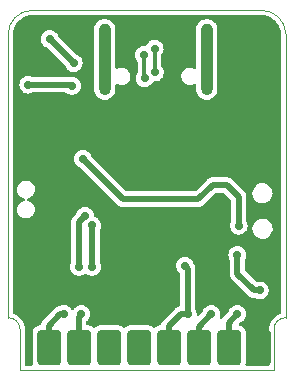
<source format=gbr>
G04 #@! TF.GenerationSoftware,KiCad,Pcbnew,6.0.10+dfsg-1~bpo11+1*
G04 #@! TF.ProjectId,project,70726f6a-6563-4742-9e6b-696361645f70,rev?*
G04 #@! TF.SameCoordinates,Original*
G04 #@! TF.FileFunction,Copper,L2,Bot*
G04 #@! TF.FilePolarity,Positive*
%FSLAX46Y46*%
G04 Gerber Fmt 4.6, Leading zero omitted, Abs format (unit mm)*
%MOMM*%
%LPD*%
G01*
G04 APERTURE LIST*
G04 #@! TA.AperFunction,Profile*
%ADD10C,0.100000*%
G04 #@! TD*
G04 #@! TA.AperFunction,ComponentPad*
%ADD11O,1.000000X2.100000*%
G04 #@! TD*
G04 #@! TA.AperFunction,ComponentPad*
%ADD12O,1.000000X1.600000*%
G04 #@! TD*
G04 #@! TA.AperFunction,ViaPad*
%ADD13C,0.700000*%
G04 #@! TD*
G04 #@! TA.AperFunction,Conductor*
%ADD14C,0.500000*%
G04 #@! TD*
G04 #@! TA.AperFunction,Conductor*
%ADD15C,0.300000*%
G04 #@! TD*
G04 #@! TA.AperFunction,Conductor*
%ADD16C,1.000000*%
G04 #@! TD*
G04 APERTURE END LIST*
D10*
X122500000Y-126475000D02*
X101000000Y-126475000D01*
X123500000Y-98000000D02*
X123500000Y-122000000D01*
X100000000Y-98000000D02*
X100000000Y-122000000D01*
X101000000Y-126475000D02*
X101000000Y-123000000D01*
X123500000Y-98000000D02*
G75*
G03*
X121500000Y-96000000I-2000000J0D01*
G01*
X123500000Y-122000000D02*
G75*
G03*
X122500000Y-123000000I0J-1000000D01*
G01*
X122500000Y-126475000D02*
X122500000Y-123000000D01*
X102000000Y-96000000D02*
X121500000Y-96000000D01*
X101000000Y-123000000D02*
G75*
G03*
X100000000Y-122000000I-1000000J0D01*
G01*
X102000000Y-96000000D02*
G75*
G03*
X100000000Y-98000000I0J-2000000D01*
G01*
D11*
X116820000Y-102105000D03*
D12*
X108180000Y-97925000D03*
D11*
X108180000Y-102105000D03*
D12*
X116820000Y-97925000D03*
G04 #@! TA.AperFunction,ConnectorPad*
G36*
G01*
X104170000Y-126050000D02*
X102770000Y-126050000D01*
G75*
G02*
X102470000Y-125750000I0J300000D01*
G01*
X102470000Y-123350000D01*
G75*
G02*
X102770000Y-123050000I300000J0D01*
G01*
X104170000Y-123050000D01*
G75*
G02*
X104470000Y-123350000I0J-300000D01*
G01*
X104470000Y-125750000D01*
G75*
G02*
X104170000Y-126050000I-300000J0D01*
G01*
G37*
G04 #@! TD.AperFunction*
G04 #@! TA.AperFunction,ConnectorPad*
G36*
G01*
X106710000Y-126050000D02*
X105310000Y-126050000D01*
G75*
G02*
X105010000Y-125750000I0J300000D01*
G01*
X105010000Y-123350000D01*
G75*
G02*
X105310000Y-123050000I300000J0D01*
G01*
X106710000Y-123050000D01*
G75*
G02*
X107010000Y-123350000I0J-300000D01*
G01*
X107010000Y-125750000D01*
G75*
G02*
X106710000Y-126050000I-300000J0D01*
G01*
G37*
G04 #@! TD.AperFunction*
G04 #@! TA.AperFunction,ConnectorPad*
G36*
G01*
X109250000Y-126050000D02*
X107850000Y-126050000D01*
G75*
G02*
X107550000Y-125750000I0J300000D01*
G01*
X107550000Y-123350000D01*
G75*
G02*
X107850000Y-123050000I300000J0D01*
G01*
X109250000Y-123050000D01*
G75*
G02*
X109550000Y-123350000I0J-300000D01*
G01*
X109550000Y-125750000D01*
G75*
G02*
X109250000Y-126050000I-300000J0D01*
G01*
G37*
G04 #@! TD.AperFunction*
G04 #@! TA.AperFunction,ConnectorPad*
G36*
G01*
X111790000Y-126050000D02*
X110390000Y-126050000D01*
G75*
G02*
X110090000Y-125750000I0J300000D01*
G01*
X110090000Y-123350000D01*
G75*
G02*
X110390000Y-123050000I300000J0D01*
G01*
X111790000Y-123050000D01*
G75*
G02*
X112090000Y-123350000I0J-300000D01*
G01*
X112090000Y-125750000D01*
G75*
G02*
X111790000Y-126050000I-300000J0D01*
G01*
G37*
G04 #@! TD.AperFunction*
G04 #@! TA.AperFunction,ConnectorPad*
G36*
G01*
X114330000Y-126050000D02*
X112930000Y-126050000D01*
G75*
G02*
X112630000Y-125750000I0J300000D01*
G01*
X112630000Y-123350000D01*
G75*
G02*
X112930000Y-123050000I300000J0D01*
G01*
X114330000Y-123050000D01*
G75*
G02*
X114630000Y-123350000I0J-300000D01*
G01*
X114630000Y-125750000D01*
G75*
G02*
X114330000Y-126050000I-300000J0D01*
G01*
G37*
G04 #@! TD.AperFunction*
G04 #@! TA.AperFunction,ConnectorPad*
G36*
G01*
X116870000Y-126050000D02*
X115470000Y-126050000D01*
G75*
G02*
X115170000Y-125750000I0J300000D01*
G01*
X115170000Y-123350000D01*
G75*
G02*
X115470000Y-123050000I300000J0D01*
G01*
X116870000Y-123050000D01*
G75*
G02*
X117170000Y-123350000I0J-300000D01*
G01*
X117170000Y-125750000D01*
G75*
G02*
X116870000Y-126050000I-300000J0D01*
G01*
G37*
G04 #@! TD.AperFunction*
G04 #@! TA.AperFunction,ConnectorPad*
G36*
G01*
X119410000Y-126050000D02*
X118010000Y-126050000D01*
G75*
G02*
X117710000Y-125750000I0J300000D01*
G01*
X117710000Y-123350000D01*
G75*
G02*
X118010000Y-123050000I300000J0D01*
G01*
X119410000Y-123050000D01*
G75*
G02*
X119710000Y-123350000I0J-300000D01*
G01*
X119710000Y-125750000D01*
G75*
G02*
X119410000Y-126050000I-300000J0D01*
G01*
G37*
G04 #@! TD.AperFunction*
G04 #@! TA.AperFunction,ConnectorPad*
G36*
G01*
X121950000Y-126050000D02*
X120550000Y-126050000D01*
G75*
G02*
X120250000Y-125750000I0J300000D01*
G01*
X120250000Y-123350000D01*
G75*
G02*
X120550000Y-123050000I300000J0D01*
G01*
X121950000Y-123050000D01*
G75*
G02*
X122250000Y-123350000I0J-300000D01*
G01*
X122250000Y-125750000D01*
G75*
G02*
X121950000Y-126050000I-300000J0D01*
G01*
G37*
G04 #@! TD.AperFunction*
D13*
X109487500Y-119787500D03*
X117900000Y-111800000D03*
X100962500Y-106412500D03*
X105200000Y-98387500D03*
X120420000Y-117780000D03*
X101700000Y-98500000D03*
X117945000Y-108330000D03*
X122700000Y-109125000D03*
X108200000Y-103900000D03*
X121100000Y-106275000D03*
X122000000Y-106275000D03*
X115850000Y-104125000D03*
X120050000Y-100725000D03*
X102200000Y-110000000D03*
X122700000Y-116825000D03*
X114500000Y-106575000D03*
X122100000Y-117700000D03*
X118601472Y-102475000D03*
X109050000Y-103850000D03*
X116950736Y-104125736D03*
X103500000Y-98400000D03*
X105543726Y-100443779D03*
X119512500Y-114212500D03*
X121300000Y-119700000D03*
X106312500Y-108562500D03*
X119400000Y-116700000D03*
X112400000Y-99224500D03*
X112417763Y-101246242D03*
X111500000Y-99774500D03*
X111549216Y-101747850D03*
X104700000Y-121700000D03*
X106200000Y-121700000D03*
X115200000Y-121700000D03*
X114950000Y-117600000D03*
X117200000Y-121700000D03*
X119400000Y-121700000D03*
X107100000Y-114200500D03*
X107100000Y-117700000D03*
X106500000Y-113400000D03*
X106000000Y-117700000D03*
X105400000Y-102375000D03*
X101700000Y-102275000D03*
D14*
X103525000Y-98400000D02*
X105543726Y-100418726D01*
X103500000Y-98400000D02*
X103525000Y-98400000D01*
X105543726Y-100418726D02*
X105543726Y-100443779D01*
X119400000Y-118275000D02*
X119400000Y-116700000D01*
X117300000Y-110775000D02*
X118500000Y-110775000D01*
X121300000Y-119700000D02*
X120825000Y-119700000D01*
X118500000Y-110775000D02*
X119512500Y-111787500D01*
X109725000Y-111975000D02*
X116100000Y-111975000D01*
X120825000Y-119700000D02*
X119400000Y-118275000D01*
X119512500Y-111787500D02*
X119512500Y-114212500D01*
X116100000Y-111975000D02*
X117300000Y-110775000D01*
X106312500Y-108562500D02*
X109725000Y-111975000D01*
D15*
X112400000Y-101228479D02*
X112417763Y-101246242D01*
X112400000Y-99224500D02*
X112400000Y-101228479D01*
X111500000Y-99774500D02*
X111500000Y-101698634D01*
X111500000Y-101698634D02*
X111549216Y-101747850D01*
D14*
X103420000Y-122680000D02*
X103420000Y-124550000D01*
X104700000Y-121700000D02*
X104400000Y-121700000D01*
X104400000Y-121700000D02*
X103420000Y-122680000D01*
X106200000Y-121700000D02*
X105960000Y-121940000D01*
X105960000Y-121940000D02*
X105960000Y-124550000D01*
X113580000Y-122720000D02*
X113580000Y-124550000D01*
X114600000Y-121700000D02*
X113580000Y-122720000D01*
X114950000Y-117600000D02*
X115200000Y-117850000D01*
X115200000Y-117850000D02*
X115200000Y-121700000D01*
X115200000Y-121700000D02*
X114600000Y-121700000D01*
X117200000Y-121700000D02*
X116120000Y-122780000D01*
X116120000Y-122780000D02*
X116120000Y-124550000D01*
X119400000Y-121700000D02*
X118660000Y-122440000D01*
X118660000Y-122440000D02*
X118660000Y-124550000D01*
X107100000Y-114200500D02*
X107100000Y-117700000D01*
X106500000Y-113400000D02*
X106000000Y-113900000D01*
X105300000Y-102275000D02*
X105400000Y-102375000D01*
X106000000Y-113900000D02*
X106000000Y-117700000D01*
X101700000Y-102275000D02*
X105300000Y-102275000D01*
D16*
X108180000Y-102105000D02*
X108180000Y-97925000D01*
X116820000Y-102105000D02*
X116820000Y-97925000D01*
G04 #@! TA.AperFunction,Conductor*
G36*
X121478274Y-96402051D02*
G01*
X121500000Y-96405492D01*
X121509793Y-96403941D01*
X121516150Y-96403941D01*
X121536131Y-96403084D01*
X121698466Y-96414695D01*
X121718642Y-96416138D01*
X121736436Y-96418696D01*
X121941826Y-96463376D01*
X121959074Y-96468440D01*
X122156015Y-96541896D01*
X122172367Y-96549364D01*
X122356847Y-96650097D01*
X122371971Y-96659817D01*
X122540239Y-96785781D01*
X122553825Y-96797554D01*
X122702446Y-96946175D01*
X122714219Y-96959761D01*
X122840183Y-97128029D01*
X122849903Y-97143153D01*
X122950636Y-97327633D01*
X122958104Y-97343985D01*
X123031560Y-97540926D01*
X123036624Y-97558174D01*
X123059784Y-97664639D01*
X123081304Y-97763564D01*
X123083862Y-97781358D01*
X123096916Y-97963869D01*
X123096059Y-97983850D01*
X123096059Y-97990207D01*
X123094508Y-98000000D01*
X123096059Y-98009793D01*
X123097949Y-98021726D01*
X123099500Y-98041436D01*
X123099500Y-121565811D01*
X123079498Y-121633932D01*
X123021719Y-121682219D01*
X122988264Y-121696077D01*
X122866794Y-121746391D01*
X122866790Y-121746393D01*
X122862220Y-121748286D01*
X122674261Y-121863468D01*
X122506634Y-122006634D01*
X122363468Y-122174261D01*
X122271697Y-122324017D01*
X122253624Y-122353510D01*
X122248286Y-122362220D01*
X122246393Y-122366790D01*
X122246391Y-122366794D01*
X122166562Y-122559518D01*
X122163926Y-122565883D01*
X122150808Y-122620523D01*
X122114377Y-122772273D01*
X122112465Y-122780236D01*
X122107746Y-122840200D01*
X122096210Y-122986770D01*
X122096059Y-122988045D01*
X122096059Y-122988693D01*
X122095822Y-122991704D01*
X122094508Y-123000000D01*
X122096059Y-123009793D01*
X122097949Y-123021726D01*
X122099500Y-123041436D01*
X122099500Y-125948500D01*
X122079498Y-126016621D01*
X122025842Y-126063114D01*
X121973500Y-126074500D01*
X120213964Y-126074500D01*
X120145843Y-126054498D01*
X120099350Y-126000842D01*
X120089246Y-125930568D01*
X120093729Y-125910822D01*
X120103829Y-125878594D01*
X120110500Y-125805993D01*
X120110499Y-123294008D01*
X120110234Y-123291116D01*
X120104440Y-123228060D01*
X120103829Y-123221406D01*
X120053127Y-123059617D01*
X119965297Y-122914592D01*
X119845408Y-122794703D01*
X119700383Y-122706873D01*
X119693136Y-122704602D01*
X119693134Y-122704601D01*
X119661421Y-122694663D01*
X119604016Y-122676673D01*
X119544995Y-122637217D01*
X119516675Y-122572113D01*
X119528048Y-122502034D01*
X119552601Y-122467345D01*
X119572333Y-122447613D01*
X119622492Y-122416875D01*
X119705298Y-122389970D01*
X119705301Y-122389969D01*
X119711997Y-122387793D01*
X119856623Y-122301578D01*
X119861717Y-122296727D01*
X119861721Y-122296724D01*
X119973454Y-122190322D01*
X119973455Y-122190320D01*
X119978554Y-122185465D01*
X119982454Y-122179596D01*
X120065496Y-122054607D01*
X120071731Y-122045223D01*
X120080781Y-122021400D01*
X120129019Y-121894409D01*
X120131521Y-121887823D01*
X120150769Y-121750872D01*
X120154404Y-121725010D01*
X120154404Y-121725006D01*
X120154955Y-121721088D01*
X120155249Y-121700000D01*
X120151203Y-121663926D01*
X120137266Y-121539672D01*
X120137265Y-121539669D01*
X120136481Y-121532676D01*
X120081108Y-121373668D01*
X119991884Y-121230879D01*
X119983104Y-121222037D01*
X119878205Y-121116403D01*
X119878201Y-121116400D01*
X119873242Y-121111406D01*
X119858878Y-121102290D01*
X119804602Y-121067846D01*
X119731079Y-121021187D01*
X119572462Y-120964706D01*
X119565474Y-120963873D01*
X119565471Y-120963872D01*
X119472300Y-120952762D01*
X119405273Y-120944769D01*
X119398270Y-120945505D01*
X119398269Y-120945505D01*
X119352712Y-120950293D01*
X119237821Y-120962369D01*
X119231155Y-120964638D01*
X119231152Y-120964639D01*
X119085098Y-121014360D01*
X119085095Y-121014361D01*
X119078431Y-121016630D01*
X119072436Y-121020318D01*
X119072432Y-121020320D01*
X118941021Y-121101165D01*
X118941019Y-121101167D01*
X118935022Y-121104856D01*
X118914011Y-121125432D01*
X118833957Y-121203827D01*
X118814724Y-121222661D01*
X118723515Y-121364190D01*
X118721105Y-121370810D01*
X118721104Y-121370813D01*
X118680220Y-121483140D01*
X118650914Y-121529140D01*
X118257302Y-121922752D01*
X118248685Y-121930593D01*
X118242060Y-121934798D01*
X118236633Y-121940577D01*
X118236632Y-121940578D01*
X118194151Y-121985816D01*
X118191396Y-121988658D01*
X118171089Y-122008965D01*
X118168660Y-122012096D01*
X118168655Y-122012102D01*
X118168442Y-122012377D01*
X118160745Y-122021390D01*
X118129552Y-122054607D01*
X118128446Y-122053568D01*
X118079250Y-122091504D01*
X118008514Y-122097579D01*
X117945722Y-122064448D01*
X117910810Y-122002628D01*
X117915748Y-121929346D01*
X117929019Y-121894409D01*
X117931521Y-121887823D01*
X117950769Y-121750872D01*
X117954404Y-121725010D01*
X117954404Y-121725006D01*
X117954955Y-121721088D01*
X117955249Y-121700000D01*
X117951203Y-121663926D01*
X117937266Y-121539672D01*
X117937265Y-121539669D01*
X117936481Y-121532676D01*
X117881108Y-121373668D01*
X117791884Y-121230879D01*
X117783104Y-121222037D01*
X117678205Y-121116403D01*
X117678201Y-121116400D01*
X117673242Y-121111406D01*
X117658878Y-121102290D01*
X117604602Y-121067846D01*
X117531079Y-121021187D01*
X117372462Y-120964706D01*
X117365474Y-120963873D01*
X117365471Y-120963872D01*
X117272300Y-120952762D01*
X117205273Y-120944769D01*
X117198270Y-120945505D01*
X117198269Y-120945505D01*
X117152712Y-120950293D01*
X117037821Y-120962369D01*
X117031155Y-120964638D01*
X117031152Y-120964639D01*
X116885098Y-121014360D01*
X116885095Y-121014361D01*
X116878431Y-121016630D01*
X116872436Y-121020318D01*
X116872432Y-121020320D01*
X116741021Y-121101165D01*
X116741019Y-121101167D01*
X116735022Y-121104856D01*
X116714011Y-121125432D01*
X116633957Y-121203827D01*
X116614724Y-121222661D01*
X116523515Y-121364190D01*
X116521105Y-121370810D01*
X116521104Y-121370813D01*
X116480220Y-121483140D01*
X116450914Y-121529140D01*
X116170065Y-121809989D01*
X116107753Y-121844015D01*
X116036938Y-121838950D01*
X115980102Y-121796403D01*
X115955291Y-121729883D01*
X115954982Y-121719136D01*
X115955194Y-121703946D01*
X115955249Y-121700000D01*
X115951203Y-121663926D01*
X115937266Y-121539672D01*
X115937265Y-121539669D01*
X115936481Y-121532676D01*
X115881108Y-121373668D01*
X115869646Y-121355325D01*
X115850500Y-121288555D01*
X115850500Y-117930999D01*
X115851049Y-117919359D01*
X115852760Y-117911703D01*
X115850562Y-117841768D01*
X115850500Y-117837811D01*
X115850500Y-117809075D01*
X115849961Y-117804807D01*
X115849028Y-117792964D01*
X115847899Y-117757025D01*
X115847597Y-117747430D01*
X115841722Y-117727208D01*
X115837711Y-117707842D01*
X115836065Y-117694806D01*
X115836064Y-117694801D01*
X115835071Y-117686942D01*
X115818297Y-117644574D01*
X115814458Y-117633361D01*
X115803955Y-117597211D01*
X115801744Y-117589601D01*
X115791019Y-117571466D01*
X115782320Y-117553709D01*
X115777486Y-117541498D01*
X115777485Y-117541496D01*
X115774568Y-117534129D01*
X115747788Y-117497269D01*
X115741272Y-117487349D01*
X115718081Y-117448135D01*
X115703188Y-117433242D01*
X115690348Y-117418210D01*
X115688587Y-117415786D01*
X115684181Y-117409722D01*
X115667127Y-117377099D01*
X115633427Y-117280325D01*
X115633424Y-117280319D01*
X115631108Y-117273668D01*
X115541884Y-117130879D01*
X115533723Y-117122661D01*
X115428205Y-117016403D01*
X115428201Y-117016400D01*
X115423242Y-117011406D01*
X115281079Y-116921187D01*
X115122462Y-116864706D01*
X115115474Y-116863873D01*
X115115471Y-116863872D01*
X115022300Y-116852762D01*
X114955273Y-116844769D01*
X114948270Y-116845505D01*
X114948269Y-116845505D01*
X114905351Y-116850016D01*
X114787821Y-116862369D01*
X114781155Y-116864638D01*
X114781152Y-116864639D01*
X114635098Y-116914360D01*
X114635095Y-116914361D01*
X114628431Y-116916630D01*
X114622436Y-116920318D01*
X114622432Y-116920320D01*
X114491021Y-117001165D01*
X114491019Y-117001167D01*
X114485022Y-117004856D01*
X114466688Y-117022810D01*
X114377731Y-117109924D01*
X114364724Y-117122661D01*
X114273515Y-117264190D01*
X114271105Y-117270810D01*
X114271104Y-117270813D01*
X114251793Y-117323869D01*
X114215927Y-117422409D01*
X114194825Y-117589455D01*
X114195512Y-117596462D01*
X114195512Y-117596465D01*
X114200231Y-117644589D01*
X114211255Y-117757025D01*
X114264402Y-117916791D01*
X114268049Y-117922813D01*
X114268050Y-117922815D01*
X114320917Y-118010108D01*
X114351624Y-118060812D01*
X114468586Y-118181929D01*
X114492493Y-118197574D01*
X114538541Y-118251609D01*
X114549500Y-118303005D01*
X114549500Y-120939625D01*
X114529498Y-121007746D01*
X114475842Y-121054239D01*
X114452230Y-121060955D01*
X114452489Y-121061963D01*
X114444806Y-121063936D01*
X114436942Y-121064929D01*
X114429571Y-121067848D01*
X114429569Y-121067848D01*
X114394580Y-121081702D01*
X114383369Y-121085541D01*
X114339602Y-121098256D01*
X114321470Y-121108979D01*
X114321467Y-121108981D01*
X114303719Y-121117676D01*
X114284129Y-121125432D01*
X114247270Y-121152212D01*
X114237354Y-121158725D01*
X114204958Y-121177883D01*
X114204953Y-121177887D01*
X114198135Y-121181919D01*
X114183242Y-121196812D01*
X114168208Y-121209653D01*
X114151163Y-121222037D01*
X114146110Y-121228145D01*
X114122121Y-121257143D01*
X114114131Y-121265923D01*
X113177302Y-122202752D01*
X113168685Y-122210593D01*
X113162060Y-122214798D01*
X113156633Y-122220577D01*
X113156632Y-122220578D01*
X113114151Y-122265816D01*
X113111396Y-122268658D01*
X113091089Y-122288965D01*
X113088660Y-122292096D01*
X113088655Y-122292102D01*
X113088442Y-122292377D01*
X113080745Y-122301390D01*
X113049552Y-122334607D01*
X113045733Y-122341554D01*
X113039404Y-122353066D01*
X113028550Y-122369590D01*
X113015638Y-122386236D01*
X112998335Y-122426222D01*
X112997546Y-122428045D01*
X112992330Y-122438693D01*
X112970373Y-122478632D01*
X112968402Y-122486311D01*
X112968401Y-122486312D01*
X112965133Y-122499041D01*
X112958727Y-122517750D01*
X112953512Y-122529800D01*
X112953510Y-122529805D01*
X112950365Y-122537074D01*
X112949126Y-122544899D01*
X112949125Y-122544901D01*
X112948752Y-122547254D01*
X112947949Y-122548947D01*
X112946912Y-122552517D01*
X112946336Y-122552350D01*
X112918336Y-122611405D01*
X112858065Y-122648929D01*
X112835832Y-122653007D01*
X112808069Y-122655558D01*
X112808061Y-122655560D01*
X112801406Y-122656171D01*
X112795028Y-122658170D01*
X112795027Y-122658170D01*
X112646866Y-122704601D01*
X112646864Y-122704602D01*
X112639617Y-122706873D01*
X112494592Y-122794703D01*
X112449095Y-122840200D01*
X112386783Y-122874226D01*
X112315968Y-122869161D01*
X112270905Y-122840200D01*
X112225408Y-122794703D01*
X112080383Y-122706873D01*
X112073136Y-122704602D01*
X112073134Y-122704601D01*
X112007894Y-122684156D01*
X111918594Y-122656171D01*
X111845993Y-122649500D01*
X111843095Y-122649500D01*
X111088039Y-122649501D01*
X110334008Y-122649501D01*
X110331150Y-122649764D01*
X110331141Y-122649764D01*
X110295846Y-122653007D01*
X110261406Y-122656171D01*
X110255028Y-122658170D01*
X110255027Y-122658170D01*
X110106866Y-122704601D01*
X110106864Y-122704602D01*
X110099617Y-122706873D01*
X109954592Y-122794703D01*
X109909095Y-122840200D01*
X109846783Y-122874226D01*
X109775968Y-122869161D01*
X109730905Y-122840200D01*
X109685408Y-122794703D01*
X109540383Y-122706873D01*
X109533136Y-122704602D01*
X109533134Y-122704601D01*
X109467894Y-122684156D01*
X109378594Y-122656171D01*
X109305993Y-122649500D01*
X109303095Y-122649500D01*
X108548039Y-122649501D01*
X107794008Y-122649501D01*
X107791150Y-122649764D01*
X107791141Y-122649764D01*
X107755846Y-122653007D01*
X107721406Y-122656171D01*
X107715028Y-122658170D01*
X107715027Y-122658170D01*
X107566866Y-122704601D01*
X107566864Y-122704602D01*
X107559617Y-122706873D01*
X107414592Y-122794703D01*
X107369095Y-122840200D01*
X107306783Y-122874226D01*
X107235968Y-122869161D01*
X107190905Y-122840200D01*
X107145408Y-122794703D01*
X107000383Y-122706873D01*
X106993136Y-122704602D01*
X106993134Y-122704601D01*
X106927894Y-122684156D01*
X106838594Y-122656171D01*
X106765993Y-122649500D01*
X106736500Y-122649500D01*
X106668379Y-122629498D01*
X106621886Y-122575842D01*
X106610500Y-122523500D01*
X106610500Y-122398149D01*
X106630502Y-122330028D01*
X106656719Y-122301679D01*
X106656623Y-122301578D01*
X106658215Y-122300062D01*
X106747751Y-122214798D01*
X106773454Y-122190322D01*
X106773455Y-122190320D01*
X106778554Y-122185465D01*
X106782454Y-122179596D01*
X106865496Y-122054607D01*
X106871731Y-122045223D01*
X106880781Y-122021400D01*
X106929019Y-121894409D01*
X106931521Y-121887823D01*
X106950769Y-121750872D01*
X106954404Y-121725010D01*
X106954404Y-121725006D01*
X106954955Y-121721088D01*
X106955249Y-121700000D01*
X106951203Y-121663926D01*
X106937266Y-121539672D01*
X106937265Y-121539669D01*
X106936481Y-121532676D01*
X106881108Y-121373668D01*
X106791884Y-121230879D01*
X106783104Y-121222037D01*
X106678205Y-121116403D01*
X106678201Y-121116400D01*
X106673242Y-121111406D01*
X106658878Y-121102290D01*
X106604602Y-121067846D01*
X106531079Y-121021187D01*
X106372462Y-120964706D01*
X106365474Y-120963873D01*
X106365471Y-120963872D01*
X106272300Y-120952762D01*
X106205273Y-120944769D01*
X106198270Y-120945505D01*
X106198269Y-120945505D01*
X106152712Y-120950293D01*
X106037821Y-120962369D01*
X106031155Y-120964638D01*
X106031152Y-120964639D01*
X105885098Y-121014360D01*
X105885095Y-121014361D01*
X105878431Y-121016630D01*
X105872436Y-121020318D01*
X105872432Y-121020320D01*
X105741021Y-121101165D01*
X105741019Y-121101167D01*
X105735022Y-121104856D01*
X105714011Y-121125432D01*
X105633957Y-121203827D01*
X105614724Y-121222661D01*
X105610908Y-121228583D01*
X105555759Y-121314157D01*
X105502045Y-121360582D01*
X105431758Y-121370597D01*
X105367215Y-121341022D01*
X105342994Y-121312672D01*
X105295617Y-121236853D01*
X105291884Y-121230879D01*
X105283104Y-121222037D01*
X105178205Y-121116403D01*
X105178201Y-121116400D01*
X105173242Y-121111406D01*
X105158878Y-121102290D01*
X105104602Y-121067846D01*
X105031079Y-121021187D01*
X104872462Y-120964706D01*
X104865474Y-120963873D01*
X104865471Y-120963872D01*
X104772300Y-120952762D01*
X104705273Y-120944769D01*
X104698270Y-120945505D01*
X104698269Y-120945505D01*
X104652712Y-120950293D01*
X104537821Y-120962369D01*
X104531155Y-120964638D01*
X104531152Y-120964639D01*
X104385098Y-121014360D01*
X104385095Y-121014361D01*
X104378431Y-121016630D01*
X104372430Y-121020322D01*
X104347449Y-121035690D01*
X104302719Y-121052237D01*
X104297430Y-121052403D01*
X104280523Y-121057315D01*
X104277208Y-121058278D01*
X104257844Y-121062289D01*
X104255665Y-121062564D01*
X104244806Y-121063935D01*
X104244801Y-121063936D01*
X104236942Y-121064929D01*
X104194577Y-121081702D01*
X104183361Y-121085542D01*
X104147211Y-121096045D01*
X104139601Y-121098256D01*
X104121466Y-121108981D01*
X104103712Y-121117678D01*
X104098083Y-121119907D01*
X104091498Y-121122514D01*
X104091496Y-121122515D01*
X104084129Y-121125432D01*
X104055633Y-121146135D01*
X104047269Y-121152212D01*
X104037354Y-121158725D01*
X103998135Y-121181919D01*
X103983242Y-121196812D01*
X103968208Y-121209653D01*
X103951163Y-121222037D01*
X103946110Y-121228145D01*
X103922121Y-121257143D01*
X103914131Y-121265923D01*
X103017302Y-122162752D01*
X103008685Y-122170593D01*
X103002060Y-122174798D01*
X102996633Y-122180577D01*
X102996632Y-122180578D01*
X102954151Y-122225816D01*
X102951408Y-122228646D01*
X102931089Y-122248965D01*
X102928660Y-122252096D01*
X102928655Y-122252102D01*
X102928442Y-122252377D01*
X102920745Y-122261390D01*
X102889552Y-122294607D01*
X102885733Y-122301554D01*
X102879404Y-122313066D01*
X102868550Y-122329590D01*
X102860496Y-122339973D01*
X102855638Y-122346236D01*
X102838584Y-122385646D01*
X102837546Y-122388045D01*
X102832330Y-122398693D01*
X102810373Y-122438632D01*
X102808402Y-122446311D01*
X102808401Y-122446312D01*
X102805133Y-122459041D01*
X102798727Y-122477750D01*
X102793512Y-122489800D01*
X102793510Y-122489805D01*
X102790365Y-122497074D01*
X102783933Y-122537682D01*
X102783239Y-122542065D01*
X102780831Y-122553692D01*
X102779335Y-122559518D01*
X102743019Y-122620523D01*
X102679486Y-122652210D01*
X102668823Y-122653651D01*
X102648068Y-122655558D01*
X102648059Y-122655560D01*
X102641406Y-122656171D01*
X102635028Y-122658170D01*
X102635027Y-122658170D01*
X102486866Y-122704601D01*
X102486864Y-122704602D01*
X102479617Y-122706873D01*
X102334592Y-122794703D01*
X102214703Y-122914592D01*
X102126873Y-123059617D01*
X102076171Y-123221406D01*
X102069500Y-123294007D01*
X102069501Y-125805992D01*
X102069764Y-125808850D01*
X102069764Y-125808859D01*
X102073015Y-125844243D01*
X102076171Y-125878594D01*
X102086271Y-125910822D01*
X102087554Y-125981807D01*
X102050256Y-126042217D01*
X101986219Y-126072873D01*
X101966036Y-126074500D01*
X101526500Y-126074500D01*
X101458379Y-126054498D01*
X101411886Y-126000842D01*
X101400500Y-125948500D01*
X101400500Y-123041436D01*
X101402051Y-123021726D01*
X101403941Y-123009793D01*
X101405492Y-123000000D01*
X101404178Y-122991704D01*
X101403941Y-122988693D01*
X101403941Y-122988045D01*
X101403790Y-122986770D01*
X101392254Y-122840200D01*
X101387535Y-122780236D01*
X101385624Y-122772273D01*
X101349192Y-122620523D01*
X101336074Y-122565883D01*
X101333438Y-122559518D01*
X101253609Y-122366794D01*
X101253607Y-122366790D01*
X101251714Y-122362220D01*
X101246377Y-122353510D01*
X101228303Y-122324017D01*
X101136532Y-122174261D01*
X100993366Y-122006634D01*
X100825739Y-121863468D01*
X100637780Y-121748286D01*
X100633210Y-121746393D01*
X100633206Y-121746391D01*
X100511736Y-121696077D01*
X100478281Y-121682219D01*
X100423001Y-121637672D01*
X100400500Y-121565811D01*
X100400500Y-117689455D01*
X105244825Y-117689455D01*
X105245512Y-117696462D01*
X105245512Y-117696465D01*
X105250509Y-117747430D01*
X105261255Y-117857025D01*
X105314402Y-118016791D01*
X105401624Y-118160812D01*
X105406513Y-118165875D01*
X105406514Y-118165876D01*
X105459959Y-118221219D01*
X105518586Y-118281929D01*
X105524483Y-118285788D01*
X105653577Y-118370266D01*
X105653581Y-118370268D01*
X105659475Y-118374125D01*
X105817289Y-118432815D01*
X105824270Y-118433746D01*
X105824272Y-118433747D01*
X105869812Y-118439823D01*
X105984183Y-118455083D01*
X105991194Y-118454445D01*
X105991198Y-118454445D01*
X106144843Y-118440462D01*
X106151864Y-118439823D01*
X106158566Y-118437645D01*
X106158568Y-118437645D01*
X106305298Y-118389970D01*
X106305301Y-118389969D01*
X106311997Y-118387793D01*
X106456623Y-118301578D01*
X106462516Y-118295966D01*
X106463146Y-118295642D01*
X106467335Y-118292462D01*
X106467894Y-118293198D01*
X106525640Y-118263472D01*
X106596311Y-118270264D01*
X106617853Y-118283050D01*
X106618586Y-118281929D01*
X106753577Y-118370266D01*
X106753581Y-118370268D01*
X106759475Y-118374125D01*
X106917289Y-118432815D01*
X106924270Y-118433746D01*
X106924272Y-118433747D01*
X106969812Y-118439823D01*
X107084183Y-118455083D01*
X107091194Y-118454445D01*
X107091198Y-118454445D01*
X107244843Y-118440462D01*
X107251864Y-118439823D01*
X107258566Y-118437645D01*
X107258568Y-118437645D01*
X107405298Y-118389970D01*
X107405301Y-118389969D01*
X107411997Y-118387793D01*
X107556623Y-118301578D01*
X107561717Y-118296727D01*
X107561721Y-118296724D01*
X107673454Y-118190322D01*
X107673455Y-118190320D01*
X107678554Y-118185465D01*
X107694934Y-118160812D01*
X107758009Y-118065876D01*
X107771731Y-118045223D01*
X107831521Y-117887823D01*
X107854955Y-117721088D01*
X107855249Y-117700000D01*
X107849034Y-117644589D01*
X107837266Y-117539672D01*
X107837265Y-117539669D01*
X107836481Y-117532676D01*
X107781108Y-117373668D01*
X107769646Y-117355325D01*
X107750500Y-117288555D01*
X107750500Y-116689455D01*
X118644825Y-116689455D01*
X118645512Y-116696462D01*
X118645512Y-116696465D01*
X118648311Y-116725010D01*
X118661255Y-116857025D01*
X118714402Y-117016791D01*
X118731277Y-117044655D01*
X118749500Y-117109924D01*
X118749500Y-118194000D01*
X118748951Y-118205640D01*
X118747240Y-118213296D01*
X118747489Y-118221219D01*
X118749438Y-118283230D01*
X118749500Y-118287188D01*
X118749500Y-118315925D01*
X118749995Y-118319842D01*
X118750039Y-118320191D01*
X118750971Y-118332024D01*
X118752403Y-118377569D01*
X118754615Y-118385183D01*
X118754616Y-118385188D01*
X118758278Y-118397792D01*
X118762289Y-118417156D01*
X118764929Y-118438058D01*
X118767848Y-118445429D01*
X118767848Y-118445431D01*
X118781702Y-118480420D01*
X118785541Y-118491631D01*
X118798256Y-118535398D01*
X118808981Y-118553533D01*
X118817676Y-118571281D01*
X118825432Y-118590871D01*
X118852218Y-118627738D01*
X118858725Y-118637646D01*
X118877883Y-118670042D01*
X118877887Y-118670047D01*
X118881919Y-118676865D01*
X118896812Y-118691758D01*
X118909653Y-118706792D01*
X118922037Y-118723837D01*
X118928145Y-118728890D01*
X118957143Y-118752879D01*
X118965923Y-118760869D01*
X120307752Y-120102698D01*
X120315593Y-120111315D01*
X120319798Y-120117940D01*
X120325577Y-120123367D01*
X120325578Y-120123368D01*
X120370816Y-120165849D01*
X120373658Y-120168604D01*
X120393965Y-120188911D01*
X120397096Y-120191340D01*
X120397102Y-120191345D01*
X120397377Y-120191558D01*
X120406390Y-120199255D01*
X120439607Y-120230448D01*
X120446554Y-120234267D01*
X120458066Y-120240596D01*
X120474590Y-120251450D01*
X120491236Y-120264362D01*
X120525681Y-120279268D01*
X120533041Y-120282453D01*
X120543700Y-120287675D01*
X120576686Y-120305809D01*
X120576690Y-120305810D01*
X120583632Y-120309627D01*
X120591305Y-120311597D01*
X120591307Y-120311598D01*
X120604036Y-120314866D01*
X120622740Y-120321270D01*
X120634793Y-120326486D01*
X120634802Y-120326489D01*
X120642073Y-120329635D01*
X120649901Y-120330875D01*
X120649902Y-120330875D01*
X120687067Y-120336761D01*
X120698693Y-120339169D01*
X120735146Y-120348529D01*
X120735147Y-120348529D01*
X120742823Y-120350500D01*
X120763890Y-120350500D01*
X120783602Y-120352051D01*
X120804405Y-120355346D01*
X120812297Y-120354600D01*
X120849756Y-120351059D01*
X120861614Y-120350500D01*
X120885810Y-120350500D01*
X120946529Y-120368603D01*
X120947292Y-120367092D01*
X120953588Y-120370272D01*
X120959475Y-120374125D01*
X120966067Y-120376577D01*
X120966070Y-120376578D01*
X120996227Y-120387793D01*
X121117289Y-120432815D01*
X121124270Y-120433746D01*
X121124272Y-120433747D01*
X121169812Y-120439823D01*
X121284183Y-120455083D01*
X121291194Y-120454445D01*
X121291198Y-120454445D01*
X121444843Y-120440462D01*
X121451864Y-120439823D01*
X121458566Y-120437645D01*
X121458568Y-120437645D01*
X121605298Y-120389970D01*
X121605301Y-120389969D01*
X121611997Y-120387793D01*
X121756623Y-120301578D01*
X121761717Y-120296727D01*
X121761721Y-120296724D01*
X121873454Y-120190322D01*
X121873455Y-120190320D01*
X121878554Y-120185465D01*
X121889757Y-120168604D01*
X121929229Y-120109193D01*
X121971731Y-120045223D01*
X122031521Y-119887823D01*
X122054955Y-119721088D01*
X122055249Y-119700000D01*
X122036481Y-119532676D01*
X121981108Y-119373668D01*
X121891884Y-119230879D01*
X121886920Y-119225880D01*
X121778205Y-119116403D01*
X121778201Y-119116400D01*
X121773242Y-119111406D01*
X121631079Y-119021187D01*
X121472462Y-118964706D01*
X121465474Y-118963873D01*
X121465471Y-118963872D01*
X121372300Y-118952762D01*
X121305273Y-118944769D01*
X121298270Y-118945505D01*
X121298269Y-118945505D01*
X121252712Y-118950293D01*
X121137821Y-118962369D01*
X121131152Y-118964639D01*
X121131149Y-118964640D01*
X121114702Y-118970239D01*
X121043770Y-118973257D01*
X120985002Y-118940056D01*
X120087405Y-118042459D01*
X120053379Y-117980147D01*
X120050500Y-117953364D01*
X120050500Y-117115220D01*
X120067538Y-117058862D01*
X120064612Y-117057359D01*
X120067836Y-117051085D01*
X120071731Y-117045223D01*
X120085193Y-117009785D01*
X120120578Y-116916630D01*
X120131521Y-116887823D01*
X120154955Y-116721088D01*
X120155249Y-116700000D01*
X120136481Y-116532676D01*
X120081108Y-116373668D01*
X119991884Y-116230879D01*
X119983723Y-116222661D01*
X119878205Y-116116403D01*
X119878201Y-116116400D01*
X119873242Y-116111406D01*
X119731079Y-116021187D01*
X119572462Y-115964706D01*
X119565474Y-115963873D01*
X119565471Y-115963872D01*
X119472300Y-115952762D01*
X119405273Y-115944769D01*
X119398270Y-115945505D01*
X119398269Y-115945505D01*
X119352712Y-115950293D01*
X119237821Y-115962369D01*
X119231155Y-115964638D01*
X119231152Y-115964639D01*
X119085098Y-116014360D01*
X119085095Y-116014361D01*
X119078431Y-116016630D01*
X119072436Y-116020318D01*
X119072432Y-116020320D01*
X118941021Y-116101165D01*
X118941019Y-116101167D01*
X118935022Y-116104856D01*
X118814724Y-116222661D01*
X118723515Y-116364190D01*
X118665927Y-116522409D01*
X118644825Y-116689455D01*
X107750500Y-116689455D01*
X107750500Y-114615720D01*
X107767538Y-114559362D01*
X107764612Y-114557859D01*
X107767836Y-114551585D01*
X107771731Y-114545723D01*
X107780512Y-114522608D01*
X107824461Y-114406909D01*
X107831521Y-114388323D01*
X107852717Y-114237510D01*
X107854404Y-114225510D01*
X107854404Y-114225506D01*
X107854955Y-114221588D01*
X107855249Y-114200500D01*
X107854809Y-114196577D01*
X107837266Y-114040172D01*
X107837265Y-114040169D01*
X107836481Y-114033176D01*
X107781108Y-113874168D01*
X107691884Y-113731379D01*
X107685448Y-113724898D01*
X107578205Y-113616903D01*
X107578201Y-113616900D01*
X107573242Y-113611906D01*
X107554600Y-113600075D01*
X107475047Y-113549590D01*
X107431079Y-113521687D01*
X107336323Y-113487946D01*
X107278859Y-113446252D01*
X107253375Y-113383292D01*
X107237266Y-113239672D01*
X107237265Y-113239669D01*
X107236481Y-113232676D01*
X107181108Y-113073668D01*
X107091884Y-112930879D01*
X107083723Y-112922661D01*
X106978205Y-112816403D01*
X106978201Y-112816400D01*
X106973242Y-112811406D01*
X106958295Y-112801920D01*
X106917953Y-112776319D01*
X106831079Y-112721187D01*
X106672462Y-112664706D01*
X106665474Y-112663873D01*
X106665471Y-112663872D01*
X106572300Y-112652762D01*
X106505273Y-112644769D01*
X106498270Y-112645505D01*
X106498269Y-112645505D01*
X106452712Y-112650293D01*
X106337821Y-112662369D01*
X106331155Y-112664638D01*
X106331152Y-112664639D01*
X106185098Y-112714360D01*
X106185095Y-112714361D01*
X106178431Y-112716630D01*
X106172436Y-112720318D01*
X106172432Y-112720320D01*
X106041021Y-112801165D01*
X106041019Y-112801167D01*
X106035022Y-112804856D01*
X105914724Y-112922661D01*
X105910908Y-112928583D01*
X105828713Y-113056125D01*
X105823515Y-113064190D01*
X105821105Y-113070810D01*
X105821104Y-113070813D01*
X105780220Y-113183140D01*
X105750914Y-113229140D01*
X105597302Y-113382752D01*
X105588685Y-113390593D01*
X105582060Y-113394798D01*
X105576633Y-113400577D01*
X105576632Y-113400578D01*
X105534151Y-113445816D01*
X105531396Y-113448658D01*
X105511089Y-113468965D01*
X105508660Y-113472096D01*
X105508655Y-113472102D01*
X105508442Y-113472377D01*
X105500745Y-113481390D01*
X105469552Y-113514607D01*
X105465733Y-113521554D01*
X105459404Y-113533066D01*
X105448550Y-113549590D01*
X105435638Y-113566236D01*
X105420995Y-113600075D01*
X105417546Y-113608045D01*
X105412330Y-113618693D01*
X105390373Y-113658632D01*
X105388402Y-113666311D01*
X105388401Y-113666312D01*
X105385133Y-113679041D01*
X105378727Y-113697750D01*
X105373512Y-113709800D01*
X105373510Y-113709805D01*
X105370365Y-113717074D01*
X105369126Y-113724898D01*
X105363239Y-113762065D01*
X105360831Y-113773690D01*
X105351472Y-113810140D01*
X105351471Y-113810145D01*
X105349500Y-113817823D01*
X105349500Y-113838884D01*
X105347949Y-113858596D01*
X105344653Y-113879405D01*
X105345399Y-113887296D01*
X105348941Y-113924765D01*
X105349500Y-113936623D01*
X105349500Y-117286785D01*
X105330337Y-117351894D01*
X105330464Y-117351957D01*
X105330105Y-117352680D01*
X105329410Y-117355042D01*
X105323515Y-117364190D01*
X105265927Y-117522409D01*
X105244825Y-117689455D01*
X100400500Y-117689455D01*
X100400500Y-112890862D01*
X100750997Y-112890862D01*
X100752237Y-112898078D01*
X100752237Y-112898080D01*
X100779394Y-113056125D01*
X100780634Y-113063340D01*
X100849154Y-113224373D01*
X100952883Y-113365324D01*
X100958461Y-113370063D01*
X100958464Y-113370066D01*
X101080676Y-113473893D01*
X101080680Y-113473896D01*
X101086255Y-113478632D01*
X101165941Y-113519322D01*
X101183187Y-113528128D01*
X101242116Y-113558219D01*
X101249221Y-113559958D01*
X101249225Y-113559959D01*
X101330358Y-113579811D01*
X101412106Y-113599815D01*
X101417706Y-113600162D01*
X101417710Y-113600163D01*
X101421209Y-113600380D01*
X101421218Y-113600380D01*
X101423148Y-113600500D01*
X101549322Y-113600500D01*
X101640869Y-113589827D01*
X101672056Y-113586191D01*
X101672058Y-113586191D01*
X101679328Y-113585343D01*
X101686205Y-113582847D01*
X101686208Y-113582846D01*
X101836952Y-113528128D01*
X101843831Y-113525631D01*
X101990185Y-113429677D01*
X102110540Y-113302628D01*
X102198439Y-113151298D01*
X102249167Y-112983807D01*
X102260003Y-112809138D01*
X102245288Y-112723498D01*
X102231606Y-112643875D01*
X102231605Y-112643873D01*
X102230366Y-112636660D01*
X102178852Y-112515594D01*
X102164711Y-112482360D01*
X102164711Y-112482359D01*
X102161846Y-112475627D01*
X102058117Y-112334676D01*
X102052539Y-112329937D01*
X102052536Y-112329934D01*
X101930324Y-112226107D01*
X101930320Y-112226104D01*
X101924745Y-112221368D01*
X101840562Y-112178382D01*
X101775400Y-112145108D01*
X101775398Y-112145107D01*
X101768884Y-112141781D01*
X101761779Y-112140042D01*
X101761775Y-112140041D01*
X101713174Y-112128149D01*
X101697493Y-112124312D01*
X101636079Y-112088692D01*
X101603671Y-112025524D01*
X101610560Y-111954862D01*
X101654557Y-111899142D01*
X101684449Y-111883484D01*
X101758398Y-111856642D01*
X101843831Y-111825631D01*
X101990185Y-111729677D01*
X102110540Y-111602628D01*
X102198439Y-111451298D01*
X102249167Y-111283807D01*
X102260003Y-111109138D01*
X102253856Y-111073360D01*
X102231606Y-110943875D01*
X102231605Y-110943873D01*
X102230366Y-110936660D01*
X102161846Y-110775627D01*
X102058117Y-110634676D01*
X102052539Y-110629937D01*
X102052536Y-110629934D01*
X101930324Y-110526107D01*
X101930320Y-110526104D01*
X101924745Y-110521368D01*
X101840562Y-110478382D01*
X101775400Y-110445108D01*
X101775398Y-110445107D01*
X101768884Y-110441781D01*
X101761779Y-110440042D01*
X101761775Y-110440041D01*
X101668241Y-110417154D01*
X101598894Y-110400185D01*
X101593294Y-110399838D01*
X101593290Y-110399837D01*
X101589791Y-110399620D01*
X101589782Y-110399620D01*
X101587852Y-110399500D01*
X101461678Y-110399500D01*
X101370131Y-110410173D01*
X101338944Y-110413809D01*
X101338942Y-110413809D01*
X101331672Y-110414657D01*
X101324795Y-110417153D01*
X101324792Y-110417154D01*
X101247781Y-110445108D01*
X101167169Y-110474369D01*
X101020815Y-110570323D01*
X100900460Y-110697372D01*
X100812561Y-110848702D01*
X100761833Y-111016193D01*
X100750997Y-111190862D01*
X100752237Y-111198078D01*
X100752237Y-111198080D01*
X100779394Y-111356125D01*
X100780634Y-111363340D01*
X100849154Y-111524373D01*
X100952883Y-111665324D01*
X100958461Y-111670063D01*
X100958464Y-111670066D01*
X101080676Y-111773893D01*
X101080680Y-111773896D01*
X101086255Y-111778632D01*
X101120219Y-111795975D01*
X101178297Y-111825631D01*
X101242116Y-111858219D01*
X101249221Y-111859958D01*
X101249225Y-111859959D01*
X101297826Y-111871851D01*
X101313507Y-111875688D01*
X101374921Y-111911308D01*
X101407329Y-111974476D01*
X101400440Y-112045138D01*
X101356443Y-112100858D01*
X101326552Y-112116515D01*
X101167169Y-112174369D01*
X101020815Y-112270323D01*
X100900460Y-112397372D01*
X100812561Y-112548702D01*
X100761833Y-112716193D01*
X100750997Y-112890862D01*
X100400500Y-112890862D01*
X100400500Y-108551955D01*
X105557325Y-108551955D01*
X105573755Y-108719525D01*
X105626902Y-108879291D01*
X105714124Y-109023312D01*
X105831086Y-109144429D01*
X105836983Y-109148288D01*
X105966077Y-109232766D01*
X105966081Y-109232768D01*
X105971975Y-109236625D01*
X105978579Y-109239081D01*
X106097005Y-109283123D01*
X106142180Y-109312126D01*
X109207743Y-112377688D01*
X109215593Y-112386315D01*
X109219798Y-112392940D01*
X109225575Y-112398365D01*
X109270832Y-112440864D01*
X109273674Y-112443619D01*
X109293966Y-112463911D01*
X109297372Y-112466553D01*
X109306392Y-112474257D01*
X109339607Y-112505448D01*
X109358070Y-112515598D01*
X109374593Y-112526452D01*
X109384975Y-112534506D01*
X109384977Y-112534507D01*
X109391237Y-112539363D01*
X109432741Y-112557323D01*
X109433046Y-112557455D01*
X109443706Y-112562677D01*
X109483632Y-112584627D01*
X109504037Y-112589866D01*
X109522742Y-112596270D01*
X109542074Y-112604636D01*
X109549900Y-112605876D01*
X109549905Y-112605877D01*
X109587076Y-112611765D01*
X109598696Y-112614171D01*
X109631516Y-112622597D01*
X109642823Y-112625500D01*
X109663884Y-112625500D01*
X109683595Y-112627051D01*
X109696576Y-112629107D01*
X109704405Y-112630347D01*
X109712296Y-112629601D01*
X109749765Y-112626059D01*
X109761623Y-112625500D01*
X116019000Y-112625500D01*
X116030640Y-112626049D01*
X116038296Y-112627760D01*
X116046219Y-112627511D01*
X116108230Y-112625562D01*
X116112188Y-112625500D01*
X116140925Y-112625500D01*
X116145196Y-112624961D01*
X116157024Y-112624029D01*
X116202569Y-112622597D01*
X116210183Y-112620385D01*
X116210188Y-112620384D01*
X116222792Y-112616722D01*
X116242156Y-112612711D01*
X116263058Y-112610071D01*
X116270429Y-112607152D01*
X116270431Y-112607152D01*
X116305420Y-112593298D01*
X116316631Y-112589459D01*
X116360398Y-112576744D01*
X116378536Y-112566018D01*
X116396281Y-112557324D01*
X116415871Y-112549568D01*
X116452738Y-112522782D01*
X116462646Y-112516275D01*
X116495042Y-112497117D01*
X116495047Y-112497113D01*
X116501865Y-112493081D01*
X116516758Y-112478188D01*
X116531792Y-112465347D01*
X116542423Y-112457623D01*
X116548837Y-112452963D01*
X116577880Y-112417856D01*
X116585869Y-112409077D01*
X117532541Y-111462405D01*
X117594853Y-111428379D01*
X117621636Y-111425500D01*
X118178364Y-111425500D01*
X118246485Y-111445502D01*
X118267459Y-111462405D01*
X118825095Y-112020041D01*
X118859121Y-112082353D01*
X118862000Y-112109136D01*
X118862000Y-113799285D01*
X118842837Y-113864394D01*
X118842964Y-113864457D01*
X118842605Y-113865180D01*
X118841910Y-113867542D01*
X118839833Y-113870765D01*
X118836015Y-113876690D01*
X118778427Y-114034909D01*
X118757325Y-114201955D01*
X118758012Y-114208962D01*
X118758012Y-114208965D01*
X118760811Y-114237510D01*
X118773755Y-114369525D01*
X118826902Y-114529291D01*
X118830549Y-114535313D01*
X118830550Y-114535315D01*
X118876860Y-114611781D01*
X118914124Y-114673312D01*
X118919013Y-114678375D01*
X118919014Y-114678376D01*
X118944788Y-114705065D01*
X119031086Y-114794429D01*
X119036983Y-114798288D01*
X119166077Y-114882766D01*
X119166081Y-114882768D01*
X119171975Y-114886625D01*
X119329789Y-114945315D01*
X119336770Y-114946246D01*
X119336772Y-114946247D01*
X119382312Y-114952323D01*
X119496683Y-114967583D01*
X119503694Y-114966945D01*
X119503698Y-114966945D01*
X119657343Y-114952962D01*
X119664364Y-114952323D01*
X119671066Y-114950145D01*
X119671068Y-114950145D01*
X119817798Y-114902470D01*
X119817801Y-114902469D01*
X119824497Y-114900293D01*
X119969123Y-114814078D01*
X119974217Y-114809227D01*
X119974221Y-114809224D01*
X120085954Y-114702822D01*
X120085955Y-114702820D01*
X120091054Y-114697965D01*
X120107434Y-114673312D01*
X120180336Y-114563585D01*
X120184231Y-114557723D01*
X120233795Y-114427244D01*
X120677819Y-114427244D01*
X120678176Y-114434061D01*
X120678176Y-114434065D01*
X120683683Y-114539142D01*
X120687490Y-114611781D01*
X120689301Y-114618354D01*
X120689301Y-114618357D01*
X120714930Y-114711402D01*
X120736562Y-114789936D01*
X120822746Y-114953398D01*
X120942020Y-115094540D01*
X120947444Y-115098687D01*
X120947445Y-115098688D01*
X121083399Y-115202633D01*
X121083403Y-115202636D01*
X121088820Y-115206777D01*
X121095000Y-115209659D01*
X121095002Y-115209660D01*
X121250120Y-115281993D01*
X121250123Y-115281994D01*
X121256297Y-115284873D01*
X121262942Y-115286358D01*
X121262947Y-115286360D01*
X121371207Y-115310558D01*
X121436637Y-115325183D01*
X121442307Y-115325500D01*
X121578164Y-115325500D01*
X121715709Y-115310558D01*
X121890848Y-115251617D01*
X122049244Y-115156443D01*
X122110318Y-115098688D01*
X122178549Y-115034165D01*
X122178551Y-115034163D01*
X122183507Y-115029476D01*
X122287375Y-114876640D01*
X122289910Y-114870303D01*
X122353466Y-114711402D01*
X122353467Y-114711397D01*
X122356000Y-114705065D01*
X122380370Y-114557859D01*
X122385066Y-114529494D01*
X122385066Y-114529490D01*
X122386181Y-114522756D01*
X122380823Y-114420506D01*
X122376867Y-114345032D01*
X122376510Y-114338219D01*
X122350816Y-114244935D01*
X122329251Y-114166646D01*
X122327438Y-114160064D01*
X122241254Y-113996602D01*
X122121980Y-113855460D01*
X122116555Y-113851312D01*
X121980601Y-113747367D01*
X121980597Y-113747364D01*
X121975180Y-113743223D01*
X121969000Y-113740341D01*
X121968998Y-113740340D01*
X121813880Y-113668007D01*
X121813877Y-113668006D01*
X121807703Y-113665127D01*
X121801058Y-113663642D01*
X121801053Y-113663640D01*
X121661129Y-113632365D01*
X121627363Y-113624817D01*
X121621693Y-113624500D01*
X121485836Y-113624500D01*
X121348291Y-113639442D01*
X121173152Y-113698383D01*
X121014756Y-113793557D01*
X121009796Y-113798248D01*
X121009794Y-113798249D01*
X120909787Y-113892822D01*
X120880493Y-113920524D01*
X120776625Y-114073360D01*
X120774092Y-114079694D01*
X120774090Y-114079697D01*
X120710534Y-114238598D01*
X120710533Y-114238603D01*
X120708000Y-114244935D01*
X120706886Y-114251667D01*
X120682276Y-114400323D01*
X120677819Y-114427244D01*
X120233795Y-114427244D01*
X120244021Y-114400323D01*
X120267455Y-114233588D01*
X120267749Y-114212500D01*
X120262606Y-114166646D01*
X120249766Y-114052172D01*
X120249765Y-114052169D01*
X120248981Y-114045176D01*
X120193608Y-113886168D01*
X120182146Y-113867825D01*
X120163000Y-113801055D01*
X120163000Y-111868499D01*
X120163549Y-111856859D01*
X120165260Y-111849203D01*
X120163062Y-111779268D01*
X120163000Y-111775311D01*
X120163000Y-111746575D01*
X120162461Y-111742307D01*
X120161528Y-111730464D01*
X120161504Y-111729677D01*
X120160097Y-111684930D01*
X120154222Y-111664708D01*
X120150211Y-111645342D01*
X120148565Y-111632306D01*
X120148564Y-111632301D01*
X120147571Y-111624442D01*
X120130797Y-111582074D01*
X120126958Y-111570861D01*
X120116455Y-111534711D01*
X120114244Y-111527101D01*
X120103519Y-111508966D01*
X120094820Y-111491209D01*
X120089986Y-111478998D01*
X120089985Y-111478996D01*
X120087068Y-111471629D01*
X120060288Y-111434769D01*
X120055345Y-111427244D01*
X120677819Y-111427244D01*
X120678176Y-111434061D01*
X120678176Y-111434065D01*
X120685644Y-111576558D01*
X120687490Y-111611781D01*
X120689301Y-111618354D01*
X120689301Y-111618357D01*
X120724618Y-111746575D01*
X120736562Y-111789936D01*
X120822746Y-111953398D01*
X120942020Y-112094540D01*
X120947444Y-112098687D01*
X120947445Y-112098688D01*
X121083399Y-112202633D01*
X121083403Y-112202636D01*
X121088820Y-112206777D01*
X121095000Y-112209659D01*
X121095002Y-112209660D01*
X121250120Y-112281993D01*
X121250123Y-112281994D01*
X121256297Y-112284873D01*
X121262942Y-112286358D01*
X121262947Y-112286360D01*
X121371207Y-112310558D01*
X121436637Y-112325183D01*
X121442307Y-112325500D01*
X121578164Y-112325500D01*
X121715709Y-112310558D01*
X121890848Y-112251617D01*
X122049244Y-112156443D01*
X122054206Y-112151751D01*
X122178549Y-112034165D01*
X122178551Y-112034163D01*
X122183507Y-112029476D01*
X122287375Y-111876640D01*
X122289910Y-111870303D01*
X122353466Y-111711402D01*
X122353467Y-111711397D01*
X122356000Y-111705065D01*
X122377274Y-111576558D01*
X122385066Y-111529494D01*
X122385066Y-111529490D01*
X122386181Y-111522756D01*
X122383019Y-111462405D01*
X122376867Y-111345032D01*
X122376510Y-111338219D01*
X122361523Y-111283807D01*
X122329251Y-111166646D01*
X122327438Y-111160064D01*
X122241254Y-110996602D01*
X122121980Y-110855460D01*
X122104862Y-110842372D01*
X121980601Y-110747367D01*
X121980597Y-110747364D01*
X121975180Y-110743223D01*
X121969000Y-110740341D01*
X121968998Y-110740340D01*
X121813880Y-110668007D01*
X121813877Y-110668006D01*
X121807703Y-110665127D01*
X121801058Y-110663642D01*
X121801053Y-110663640D01*
X121661129Y-110632365D01*
X121627363Y-110624817D01*
X121621693Y-110624500D01*
X121485836Y-110624500D01*
X121348291Y-110639442D01*
X121173152Y-110698383D01*
X121014756Y-110793557D01*
X121009796Y-110798248D01*
X121009794Y-110798249D01*
X120949296Y-110855460D01*
X120880493Y-110920524D01*
X120776625Y-111073360D01*
X120774092Y-111079694D01*
X120774090Y-111079697D01*
X120710534Y-111238598D01*
X120710533Y-111238603D01*
X120708000Y-111244935D01*
X120697918Y-111305837D01*
X120683578Y-111392459D01*
X120677819Y-111427244D01*
X120055345Y-111427244D01*
X120053772Y-111424849D01*
X120030581Y-111385635D01*
X120015688Y-111370742D01*
X120002847Y-111355708D01*
X119995123Y-111345077D01*
X119990463Y-111338663D01*
X119955356Y-111309620D01*
X119946577Y-111301631D01*
X119017248Y-110372302D01*
X119009407Y-110363685D01*
X119005202Y-110357060D01*
X118954183Y-110309150D01*
X118951342Y-110306396D01*
X118931035Y-110286089D01*
X118927904Y-110283660D01*
X118927898Y-110283655D01*
X118927623Y-110283442D01*
X118918610Y-110275745D01*
X118885393Y-110244552D01*
X118876071Y-110239427D01*
X118866934Y-110234404D01*
X118850410Y-110223550D01*
X118840027Y-110215496D01*
X118840026Y-110215495D01*
X118833764Y-110210638D01*
X118791952Y-110192545D01*
X118781307Y-110187330D01*
X118741368Y-110165373D01*
X118733689Y-110163402D01*
X118733688Y-110163401D01*
X118720959Y-110160133D01*
X118702250Y-110153727D01*
X118690200Y-110148512D01*
X118690195Y-110148510D01*
X118682926Y-110145365D01*
X118637930Y-110138238D01*
X118626310Y-110135831D01*
X118589860Y-110126472D01*
X118589855Y-110126471D01*
X118582177Y-110124500D01*
X118561116Y-110124500D01*
X118541404Y-110122949D01*
X118536928Y-110122240D01*
X118520595Y-110119653D01*
X118512704Y-110120399D01*
X118475235Y-110123941D01*
X118463377Y-110124500D01*
X117380999Y-110124500D01*
X117369359Y-110123951D01*
X117361703Y-110122240D01*
X117353780Y-110122489D01*
X117291769Y-110124438D01*
X117287811Y-110124500D01*
X117259075Y-110124500D01*
X117255140Y-110124997D01*
X117254807Y-110125039D01*
X117242972Y-110125971D01*
X117197430Y-110127403D01*
X117189813Y-110129616D01*
X117177208Y-110133278D01*
X117157844Y-110137289D01*
X117155665Y-110137564D01*
X117144806Y-110138935D01*
X117144801Y-110138936D01*
X117136942Y-110139929D01*
X117094574Y-110156703D01*
X117083361Y-110160542D01*
X117053592Y-110169191D01*
X117039601Y-110173256D01*
X117021466Y-110183981D01*
X117003712Y-110192678D01*
X116998083Y-110194907D01*
X116991498Y-110197514D01*
X116991496Y-110197515D01*
X116984129Y-110200432D01*
X116970082Y-110210638D01*
X116947269Y-110227212D01*
X116937352Y-110233726D01*
X116898135Y-110256919D01*
X116883242Y-110271812D01*
X116868208Y-110284653D01*
X116851163Y-110297037D01*
X116846110Y-110303145D01*
X116822121Y-110332143D01*
X116814131Y-110340923D01*
X115867459Y-111287595D01*
X115805147Y-111321621D01*
X115778364Y-111324500D01*
X110046636Y-111324500D01*
X109978515Y-111304498D01*
X109957541Y-111287595D01*
X107060763Y-108390817D01*
X107030867Y-108343160D01*
X106993608Y-108236168D01*
X106904384Y-108093379D01*
X106896223Y-108085161D01*
X106790705Y-107978903D01*
X106790701Y-107978900D01*
X106785742Y-107973906D01*
X106643579Y-107883687D01*
X106484962Y-107827206D01*
X106477974Y-107826373D01*
X106477971Y-107826372D01*
X106384800Y-107815262D01*
X106317773Y-107807269D01*
X106310770Y-107808005D01*
X106310769Y-107808005D01*
X106265212Y-107812793D01*
X106150321Y-107824869D01*
X106143655Y-107827138D01*
X106143652Y-107827139D01*
X105997598Y-107876860D01*
X105997595Y-107876861D01*
X105990931Y-107879130D01*
X105984936Y-107882818D01*
X105984932Y-107882820D01*
X105853521Y-107963665D01*
X105853519Y-107963667D01*
X105847522Y-107967356D01*
X105727224Y-108085161D01*
X105636015Y-108226690D01*
X105578427Y-108384909D01*
X105557325Y-108551955D01*
X100400500Y-108551955D01*
X100400500Y-102264455D01*
X100944825Y-102264455D01*
X100945512Y-102271462D01*
X100945512Y-102271465D01*
X100953156Y-102349428D01*
X100961255Y-102432025D01*
X101014402Y-102591791D01*
X101018049Y-102597813D01*
X101018050Y-102597815D01*
X101079271Y-102698902D01*
X101101624Y-102735812D01*
X101218586Y-102856929D01*
X101224483Y-102860788D01*
X101353577Y-102945266D01*
X101353581Y-102945268D01*
X101359475Y-102949125D01*
X101517289Y-103007815D01*
X101524270Y-103008746D01*
X101524272Y-103008747D01*
X101569812Y-103014823D01*
X101684183Y-103030083D01*
X101691194Y-103029445D01*
X101691198Y-103029445D01*
X101844843Y-103015462D01*
X101851864Y-103014823D01*
X101858566Y-103012645D01*
X101858568Y-103012645D01*
X102005298Y-102964970D01*
X102005301Y-102964969D01*
X102011997Y-102962793D01*
X102044745Y-102943271D01*
X102109263Y-102925500D01*
X104836464Y-102925500D01*
X104904585Y-102945502D01*
X104914668Y-102952872D01*
X104918586Y-102956929D01*
X104924483Y-102960788D01*
X105053577Y-103045266D01*
X105053581Y-103045268D01*
X105059475Y-103049125D01*
X105217289Y-103107815D01*
X105224270Y-103108746D01*
X105224272Y-103108747D01*
X105269812Y-103114823D01*
X105384183Y-103130083D01*
X105391194Y-103129445D01*
X105391198Y-103129445D01*
X105544843Y-103115462D01*
X105551864Y-103114823D01*
X105558566Y-103112645D01*
X105558568Y-103112645D01*
X105705298Y-103064970D01*
X105705301Y-103064969D01*
X105711997Y-103062793D01*
X105856623Y-102976578D01*
X105861717Y-102971727D01*
X105861721Y-102971724D01*
X105973454Y-102865322D01*
X105973455Y-102865320D01*
X105978554Y-102860465D01*
X106071731Y-102720223D01*
X106078580Y-102702192D01*
X107279500Y-102702192D01*
X107294326Y-102843256D01*
X107352821Y-103023284D01*
X107356124Y-103029006D01*
X107356125Y-103029007D01*
X107401625Y-103107815D01*
X107447467Y-103187216D01*
X107574129Y-103327888D01*
X107727270Y-103439151D01*
X107900197Y-103516144D01*
X107998212Y-103536978D01*
X108078897Y-103554128D01*
X108078901Y-103554128D01*
X108085354Y-103555500D01*
X108274646Y-103555500D01*
X108281099Y-103554128D01*
X108281103Y-103554128D01*
X108361788Y-103536978D01*
X108459803Y-103516144D01*
X108632730Y-103439151D01*
X108785871Y-103327888D01*
X108912533Y-103187216D01*
X108958375Y-103107815D01*
X109003875Y-103029007D01*
X109003876Y-103029006D01*
X109007179Y-103023284D01*
X109065674Y-102843256D01*
X109080500Y-102702192D01*
X109080500Y-102325077D01*
X109100502Y-102256956D01*
X109154158Y-102210463D01*
X109224432Y-102200359D01*
X109263801Y-102212860D01*
X109355389Y-102259627D01*
X109362498Y-102261367D01*
X109362502Y-102261368D01*
X109462545Y-102285848D01*
X109519717Y-102299838D01*
X109525314Y-102300185D01*
X109525319Y-102300186D01*
X109528449Y-102300380D01*
X109528458Y-102300380D01*
X109530388Y-102300500D01*
X109652363Y-102300500D01*
X109741035Y-102290162D01*
X109770765Y-102286696D01*
X109770766Y-102286696D01*
X109778037Y-102285848D01*
X109784914Y-102283352D01*
X109784917Y-102283351D01*
X109930182Y-102230622D01*
X109937061Y-102228125D01*
X110078540Y-102135367D01*
X110194885Y-102012550D01*
X110279856Y-101866262D01*
X110328895Y-101704350D01*
X110329402Y-101696187D01*
X110334469Y-101614501D01*
X110339370Y-101535499D01*
X110336811Y-101520603D01*
X110311960Y-101375983D01*
X110310720Y-101368767D01*
X110244482Y-101213098D01*
X110210354Y-101166723D01*
X110148547Y-101082736D01*
X110148545Y-101082733D01*
X110144209Y-101076842D01*
X110084021Y-101025708D01*
X110020854Y-100972043D01*
X110020851Y-100972041D01*
X110015280Y-100967308D01*
X109864611Y-100890373D01*
X109857502Y-100888633D01*
X109857498Y-100888632D01*
X109742108Y-100860396D01*
X109700283Y-100850162D01*
X109694686Y-100849815D01*
X109694681Y-100849814D01*
X109691551Y-100849620D01*
X109691542Y-100849620D01*
X109689612Y-100849500D01*
X109567637Y-100849500D01*
X109478965Y-100859838D01*
X109449235Y-100863304D01*
X109449234Y-100863304D01*
X109441963Y-100864152D01*
X109435086Y-100866648D01*
X109435083Y-100866649D01*
X109316604Y-100909655D01*
X109282939Y-100921875D01*
X109275588Y-100926695D01*
X109274621Y-100926988D01*
X109270272Y-100929166D01*
X109269899Y-100928422D01*
X109207656Y-100947320D01*
X109139354Y-100927943D01*
X109092371Y-100874716D01*
X109080500Y-100821325D01*
X109080500Y-99763955D01*
X110744825Y-99763955D01*
X110761255Y-99931525D01*
X110814402Y-100091291D01*
X110818049Y-100097313D01*
X110818050Y-100097315D01*
X110830243Y-100117447D01*
X110901624Y-100235312D01*
X110906514Y-100240376D01*
X110906515Y-100240377D01*
X110914138Y-100248271D01*
X110947070Y-100311169D01*
X110949500Y-100335797D01*
X110949500Y-101255835D01*
X110929411Y-101324090D01*
X110872731Y-101412040D01*
X110870321Y-101418660D01*
X110870320Y-101418663D01*
X110862317Y-101440651D01*
X110815143Y-101570259D01*
X110794041Y-101737305D01*
X110794728Y-101744312D01*
X110794728Y-101744315D01*
X110799959Y-101797661D01*
X110810471Y-101904875D01*
X110863618Y-102064641D01*
X110867265Y-102070663D01*
X110867266Y-102070665D01*
X110945812Y-102200359D01*
X110950840Y-102208662D01*
X110955729Y-102213725D01*
X110955730Y-102213726D01*
X111015176Y-102275284D01*
X111067802Y-102329779D01*
X111073699Y-102333638D01*
X111202793Y-102418116D01*
X111202797Y-102418118D01*
X111208691Y-102421975D01*
X111366505Y-102480665D01*
X111373486Y-102481596D01*
X111373488Y-102481597D01*
X111419028Y-102487673D01*
X111533399Y-102502933D01*
X111540410Y-102502295D01*
X111540414Y-102502295D01*
X111694059Y-102488312D01*
X111701080Y-102487673D01*
X111707782Y-102485495D01*
X111707784Y-102485495D01*
X111854514Y-102437820D01*
X111854517Y-102437819D01*
X111861213Y-102435643D01*
X112005839Y-102349428D01*
X112010933Y-102344577D01*
X112010937Y-102344574D01*
X112122670Y-102238172D01*
X112122671Y-102238170D01*
X112127770Y-102233315D01*
X112133883Y-102224115D01*
X112217052Y-102098935D01*
X112220947Y-102093073D01*
X112227386Y-102076123D01*
X112270272Y-102019547D01*
X112336940Y-101995136D01*
X112361835Y-101995974D01*
X112393557Y-102000206D01*
X112401946Y-102001325D01*
X112408957Y-102000687D01*
X112408961Y-102000687D01*
X112562606Y-101986704D01*
X112569627Y-101986065D01*
X112576329Y-101983887D01*
X112576331Y-101983887D01*
X112723061Y-101936212D01*
X112723064Y-101936211D01*
X112729760Y-101934035D01*
X112874386Y-101847820D01*
X112879480Y-101842969D01*
X112879484Y-101842966D01*
X112991217Y-101736564D01*
X112991218Y-101736562D01*
X112996317Y-101731707D01*
X113074189Y-101614501D01*
X114660630Y-101614501D01*
X114661870Y-101621717D01*
X114661870Y-101621719D01*
X114675316Y-101699966D01*
X114689280Y-101781233D01*
X114755518Y-101936902D01*
X114759855Y-101942795D01*
X114851453Y-102067264D01*
X114851455Y-102067267D01*
X114855791Y-102073158D01*
X114861367Y-102077895D01*
X114979146Y-102177957D01*
X114979149Y-102177959D01*
X114984720Y-102182692D01*
X115135389Y-102259627D01*
X115142498Y-102261367D01*
X115142502Y-102261368D01*
X115242545Y-102285848D01*
X115299717Y-102299838D01*
X115305314Y-102300185D01*
X115305319Y-102300186D01*
X115308449Y-102300380D01*
X115308458Y-102300380D01*
X115310388Y-102300500D01*
X115432363Y-102300500D01*
X115521035Y-102290162D01*
X115550765Y-102286696D01*
X115550766Y-102286696D01*
X115558037Y-102285848D01*
X115564914Y-102283352D01*
X115564917Y-102283351D01*
X115710182Y-102230622D01*
X115717061Y-102228125D01*
X115724412Y-102223305D01*
X115725379Y-102223012D01*
X115729728Y-102220834D01*
X115730101Y-102221578D01*
X115792344Y-102202680D01*
X115860646Y-102222057D01*
X115907629Y-102275284D01*
X115919500Y-102328675D01*
X115919500Y-102702192D01*
X115934326Y-102843256D01*
X115992821Y-103023284D01*
X115996124Y-103029006D01*
X115996125Y-103029007D01*
X116041625Y-103107815D01*
X116087467Y-103187216D01*
X116214129Y-103327888D01*
X116367270Y-103439151D01*
X116540197Y-103516144D01*
X116638212Y-103536978D01*
X116718897Y-103554128D01*
X116718901Y-103554128D01*
X116725354Y-103555500D01*
X116914646Y-103555500D01*
X116921099Y-103554128D01*
X116921103Y-103554128D01*
X117001788Y-103536978D01*
X117099803Y-103516144D01*
X117272730Y-103439151D01*
X117425871Y-103327888D01*
X117552533Y-103187216D01*
X117598375Y-103107815D01*
X117643875Y-103029007D01*
X117643876Y-103029006D01*
X117647179Y-103023284D01*
X117705674Y-102843256D01*
X117720500Y-102702192D01*
X117720500Y-97577808D01*
X117705674Y-97436744D01*
X117647179Y-97256716D01*
X117581614Y-97143153D01*
X117555836Y-97098505D01*
X117552533Y-97092784D01*
X117548114Y-97087876D01*
X117430286Y-96957015D01*
X117430284Y-96957014D01*
X117425871Y-96952112D01*
X117272730Y-96840849D01*
X117099803Y-96763856D01*
X117001788Y-96743022D01*
X116921103Y-96725872D01*
X116921099Y-96725872D01*
X116914646Y-96724500D01*
X116725354Y-96724500D01*
X116718901Y-96725872D01*
X116718897Y-96725872D01*
X116638212Y-96743022D01*
X116540197Y-96763856D01*
X116367270Y-96840849D01*
X116214129Y-96952112D01*
X116209716Y-96957014D01*
X116209714Y-96957015D01*
X116091886Y-97087876D01*
X116087467Y-97092784D01*
X116084164Y-97098505D01*
X116058387Y-97143153D01*
X115992821Y-97256716D01*
X115934326Y-97436744D01*
X115919500Y-97577808D01*
X115919500Y-100824923D01*
X115899498Y-100893044D01*
X115845842Y-100939537D01*
X115775568Y-100949641D01*
X115736199Y-100937140D01*
X115644611Y-100890373D01*
X115637502Y-100888633D01*
X115637498Y-100888632D01*
X115522108Y-100860396D01*
X115480283Y-100850162D01*
X115474686Y-100849815D01*
X115474681Y-100849814D01*
X115471551Y-100849620D01*
X115471542Y-100849620D01*
X115469612Y-100849500D01*
X115347637Y-100849500D01*
X115258965Y-100859838D01*
X115229235Y-100863304D01*
X115229234Y-100863304D01*
X115221963Y-100864152D01*
X115215086Y-100866648D01*
X115215083Y-100866649D01*
X115096604Y-100909655D01*
X115062939Y-100921875D01*
X114921460Y-101014633D01*
X114805115Y-101137450D01*
X114720144Y-101283738D01*
X114718023Y-101290740D01*
X114718022Y-101290743D01*
X114707922Y-101324090D01*
X114671105Y-101445650D01*
X114660630Y-101614501D01*
X113074189Y-101614501D01*
X113089494Y-101591465D01*
X113110323Y-101536633D01*
X113146782Y-101440651D01*
X113149284Y-101434065D01*
X113169122Y-101292918D01*
X113172167Y-101271252D01*
X113172167Y-101271248D01*
X113172718Y-101267330D01*
X113173012Y-101246242D01*
X113172572Y-101242319D01*
X113155029Y-101085914D01*
X113155028Y-101085911D01*
X113154244Y-101078918D01*
X113098871Y-100919910D01*
X113009647Y-100777121D01*
X112987094Y-100754410D01*
X112953287Y-100691979D01*
X112950500Y-100665626D01*
X112950500Y-99788037D01*
X112970502Y-99719916D01*
X112976129Y-99712274D01*
X112978554Y-99709965D01*
X113071731Y-99569723D01*
X113131521Y-99412323D01*
X113154955Y-99245588D01*
X113155249Y-99224500D01*
X113149771Y-99175665D01*
X113137266Y-99064172D01*
X113137265Y-99064169D01*
X113136481Y-99057176D01*
X113081108Y-98898168D01*
X112991884Y-98755379D01*
X112983723Y-98747161D01*
X112878205Y-98640903D01*
X112878201Y-98640900D01*
X112873242Y-98635906D01*
X112731079Y-98545687D01*
X112572462Y-98489206D01*
X112565474Y-98488373D01*
X112565471Y-98488372D01*
X112472300Y-98477262D01*
X112405273Y-98469269D01*
X112398270Y-98470005D01*
X112398269Y-98470005D01*
X112352712Y-98474793D01*
X112237821Y-98486869D01*
X112231155Y-98489138D01*
X112231152Y-98489139D01*
X112085098Y-98538860D01*
X112085095Y-98538861D01*
X112078431Y-98541130D01*
X112072436Y-98544818D01*
X112072432Y-98544820D01*
X111941021Y-98625665D01*
X111941019Y-98625667D01*
X111935022Y-98629356D01*
X111814724Y-98747161D01*
X111723515Y-98888690D01*
X111721105Y-98895310D01*
X111721104Y-98895313D01*
X111703043Y-98944936D01*
X111660949Y-99002107D01*
X111594627Y-99027445D01*
X111569721Y-99026954D01*
X111512273Y-99020103D01*
X111512266Y-99020103D01*
X111505273Y-99019269D01*
X111498270Y-99020005D01*
X111498269Y-99020005D01*
X111452712Y-99024793D01*
X111337821Y-99036869D01*
X111331155Y-99039138D01*
X111331152Y-99039139D01*
X111185098Y-99088860D01*
X111185095Y-99088861D01*
X111178431Y-99091130D01*
X111172436Y-99094818D01*
X111172432Y-99094820D01*
X111041021Y-99175665D01*
X111041019Y-99175667D01*
X111035022Y-99179356D01*
X110914724Y-99297161D01*
X110823515Y-99438690D01*
X110765927Y-99596909D01*
X110744825Y-99763955D01*
X109080500Y-99763955D01*
X109080500Y-97577808D01*
X109065674Y-97436744D01*
X109007179Y-97256716D01*
X108941614Y-97143153D01*
X108915836Y-97098505D01*
X108912533Y-97092784D01*
X108908114Y-97087876D01*
X108790286Y-96957015D01*
X108790284Y-96957014D01*
X108785871Y-96952112D01*
X108632730Y-96840849D01*
X108459803Y-96763856D01*
X108361788Y-96743022D01*
X108281103Y-96725872D01*
X108281099Y-96725872D01*
X108274646Y-96724500D01*
X108085354Y-96724500D01*
X108078901Y-96725872D01*
X108078897Y-96725872D01*
X107998212Y-96743022D01*
X107900197Y-96763856D01*
X107727270Y-96840849D01*
X107574129Y-96952112D01*
X107569716Y-96957014D01*
X107569714Y-96957015D01*
X107451886Y-97087876D01*
X107447467Y-97092784D01*
X107444164Y-97098505D01*
X107418387Y-97143153D01*
X107352821Y-97256716D01*
X107294326Y-97436744D01*
X107279500Y-97577808D01*
X107279500Y-102702192D01*
X106078580Y-102702192D01*
X106131521Y-102562823D01*
X106149396Y-102435643D01*
X106154404Y-102400010D01*
X106154404Y-102400006D01*
X106154955Y-102396088D01*
X106155249Y-102375000D01*
X106146879Y-102300380D01*
X106137266Y-102214672D01*
X106137265Y-102214669D01*
X106136481Y-102207676D01*
X106081108Y-102048668D01*
X105991884Y-101905879D01*
X105952543Y-101866262D01*
X105878205Y-101791403D01*
X105878201Y-101791400D01*
X105873242Y-101786406D01*
X105731079Y-101696187D01*
X105572462Y-101639706D01*
X105565474Y-101638873D01*
X105565471Y-101638872D01*
X105472300Y-101627762D01*
X105405273Y-101619769D01*
X105371308Y-101623339D01*
X105338426Y-101622477D01*
X105328427Y-101620893D01*
X105328423Y-101620893D01*
X105320595Y-101619653D01*
X105310546Y-101620603D01*
X105275235Y-101623941D01*
X105263377Y-101624500D01*
X102112299Y-101624500D01*
X102044788Y-101604887D01*
X102031079Y-101596187D01*
X101872462Y-101539706D01*
X101865474Y-101538873D01*
X101865471Y-101538872D01*
X101772300Y-101527762D01*
X101705273Y-101519769D01*
X101698270Y-101520505D01*
X101698269Y-101520505D01*
X101652712Y-101525293D01*
X101537821Y-101537369D01*
X101531155Y-101539638D01*
X101531152Y-101539639D01*
X101385098Y-101589360D01*
X101385095Y-101589361D01*
X101378431Y-101591630D01*
X101372436Y-101595318D01*
X101372432Y-101595320D01*
X101241021Y-101676165D01*
X101241019Y-101676167D01*
X101235022Y-101679856D01*
X101210010Y-101704350D01*
X101131500Y-101781233D01*
X101114724Y-101797661D01*
X101023515Y-101939190D01*
X101021105Y-101945810D01*
X101021104Y-101945813D01*
X101000899Y-102001325D01*
X100965927Y-102097409D01*
X100944825Y-102264455D01*
X100400500Y-102264455D01*
X100400500Y-98389455D01*
X102744825Y-98389455D01*
X102761255Y-98557025D01*
X102814402Y-98716791D01*
X102818049Y-98722813D01*
X102818050Y-98722815D01*
X102841390Y-98761353D01*
X102901624Y-98860812D01*
X102906513Y-98865875D01*
X102906514Y-98865876D01*
X102931928Y-98892193D01*
X103018586Y-98981929D01*
X103024483Y-98985788D01*
X103153577Y-99070266D01*
X103153581Y-99070268D01*
X103159475Y-99074125D01*
X103166079Y-99076581D01*
X103317289Y-99132815D01*
X103316802Y-99134125D01*
X103368336Y-99163282D01*
X104783482Y-100578428D01*
X104813945Y-100627751D01*
X104858128Y-100760570D01*
X104861775Y-100766592D01*
X104861776Y-100766594D01*
X104922372Y-100866649D01*
X104945350Y-100904591D01*
X104950239Y-100909654D01*
X104950240Y-100909655D01*
X105005915Y-100967308D01*
X105062312Y-101025708D01*
X105068209Y-101029567D01*
X105197303Y-101114045D01*
X105197307Y-101114047D01*
X105203201Y-101117904D01*
X105361015Y-101176594D01*
X105367996Y-101177525D01*
X105367998Y-101177526D01*
X105413538Y-101183602D01*
X105527909Y-101198862D01*
X105534920Y-101198224D01*
X105534924Y-101198224D01*
X105688569Y-101184241D01*
X105695590Y-101183602D01*
X105702292Y-101181424D01*
X105702294Y-101181424D01*
X105849024Y-101133749D01*
X105849027Y-101133748D01*
X105855723Y-101131572D01*
X106000349Y-101045357D01*
X106005443Y-101040506D01*
X106005447Y-101040503D01*
X106117180Y-100934101D01*
X106117181Y-100934099D01*
X106122280Y-100929244D01*
X106132452Y-100913935D01*
X106191591Y-100824923D01*
X106215457Y-100789002D01*
X106275247Y-100631602D01*
X106298681Y-100464867D01*
X106298975Y-100443779D01*
X106280207Y-100276455D01*
X106224834Y-100117447D01*
X106135610Y-99974658D01*
X106085817Y-99924516D01*
X106021931Y-99860182D01*
X106021927Y-99860179D01*
X106016968Y-99855185D01*
X105874805Y-99764966D01*
X105800775Y-99738605D01*
X105753947Y-99709001D01*
X104234905Y-98189959D01*
X104205009Y-98142301D01*
X104183427Y-98080325D01*
X104183424Y-98080319D01*
X104181108Y-98073668D01*
X104091884Y-97930879D01*
X104083723Y-97922661D01*
X103978205Y-97816403D01*
X103978201Y-97816400D01*
X103973242Y-97811406D01*
X103831079Y-97721187D01*
X103672462Y-97664706D01*
X103665474Y-97663873D01*
X103665471Y-97663872D01*
X103572300Y-97652762D01*
X103505273Y-97644769D01*
X103498270Y-97645505D01*
X103498269Y-97645505D01*
X103452712Y-97650293D01*
X103337821Y-97662369D01*
X103331155Y-97664638D01*
X103331152Y-97664639D01*
X103185098Y-97714360D01*
X103185095Y-97714361D01*
X103178431Y-97716630D01*
X103172436Y-97720318D01*
X103172432Y-97720320D01*
X103041021Y-97801165D01*
X103041019Y-97801167D01*
X103035022Y-97804856D01*
X102914724Y-97922661D01*
X102823515Y-98064190D01*
X102765927Y-98222409D01*
X102744825Y-98389455D01*
X100400500Y-98389455D01*
X100400500Y-98041436D01*
X100402051Y-98021726D01*
X100403941Y-98009793D01*
X100405492Y-98000000D01*
X100403941Y-97990207D01*
X100403941Y-97983850D01*
X100403084Y-97963869D01*
X100416138Y-97781358D01*
X100418696Y-97763564D01*
X100440216Y-97664639D01*
X100463376Y-97558174D01*
X100468440Y-97540926D01*
X100541896Y-97343985D01*
X100549364Y-97327633D01*
X100650097Y-97143153D01*
X100659817Y-97128029D01*
X100785781Y-96959761D01*
X100797554Y-96946175D01*
X100946175Y-96797554D01*
X100959761Y-96785781D01*
X101128029Y-96659817D01*
X101143153Y-96650097D01*
X101327633Y-96549364D01*
X101343985Y-96541896D01*
X101540926Y-96468440D01*
X101558174Y-96463376D01*
X101763564Y-96418696D01*
X101781358Y-96416138D01*
X101801534Y-96414695D01*
X101963869Y-96403084D01*
X101983850Y-96403941D01*
X101990207Y-96403941D01*
X102000000Y-96405492D01*
X102021726Y-96402051D01*
X102041436Y-96400500D01*
X121458564Y-96400500D01*
X121478274Y-96402051D01*
G37*
G04 #@! TD.AperFunction*
M02*

</source>
